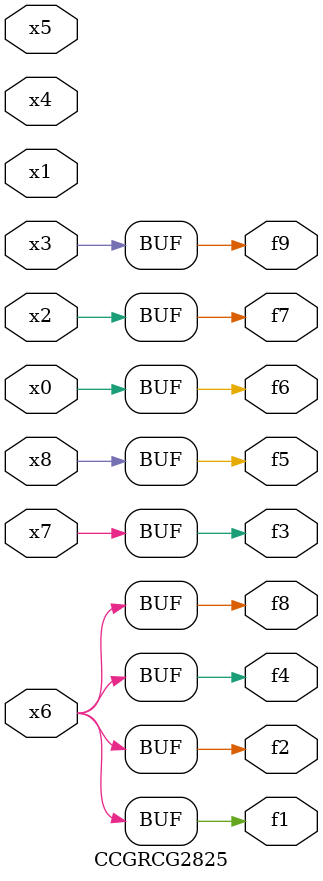
<source format=v>
module CCGRCG2825(
	input x0, x1, x2, x3, x4, x5, x6, x7, x8,
	output f1, f2, f3, f4, f5, f6, f7, f8, f9
);
	assign f1 = x6;
	assign f2 = x6;
	assign f3 = x7;
	assign f4 = x6;
	assign f5 = x8;
	assign f6 = x0;
	assign f7 = x2;
	assign f8 = x6;
	assign f9 = x3;
endmodule

</source>
